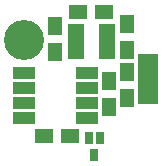
<source format=gbr>
G04 #@! TF.FileFunction,Soldermask,Top*
%FSLAX46Y46*%
G04 Gerber Fmt 4.6, Leading zero omitted, Abs format (unit mm)*
G04 Created by KiCad (PCBNEW 4.0.6) date 06/21/18 22:21:39*
%MOMM*%
%LPD*%
G01*
G04 APERTURE LIST*
%ADD10C,0.300000*%
%ADD11R,1.300000X1.600000*%
%ADD12R,1.600000X1.300000*%
%ADD13C,3.400000*%
%ADD14R,1.670000X4.210000*%
%ADD15R,1.950000X1.000000*%
%ADD16R,1.400000X1.100000*%
%ADD17R,0.800000X1.110000*%
G04 APERTURE END LIST*
D10*
D11*
X99060000Y-99271000D03*
X99060000Y-97071000D03*
D12*
X100287000Y-106426000D03*
X98087000Y-106426000D03*
X103208000Y-95885000D03*
X101008000Y-95885000D03*
D11*
X105156000Y-96944000D03*
X105156000Y-99144000D03*
X105156000Y-101008000D03*
X105156000Y-103208000D03*
X103632000Y-103970000D03*
X103632000Y-101770000D03*
D13*
X96393000Y-98298000D03*
D14*
X106934000Y-101600000D03*
D15*
X96360000Y-101092000D03*
X96360000Y-102362000D03*
X96360000Y-103632000D03*
X96360000Y-104902000D03*
X101760000Y-104902000D03*
X101760000Y-103632000D03*
X101760000Y-102362000D03*
X101760000Y-101092000D03*
D16*
X100808000Y-97475000D03*
X100808000Y-98425000D03*
X100808000Y-99375000D03*
X103408000Y-99375000D03*
X103408000Y-97475000D03*
X103408000Y-98425000D03*
D17*
X102862000Y-106570000D03*
X101862000Y-106570000D03*
X102362000Y-108060000D03*
M02*

</source>
